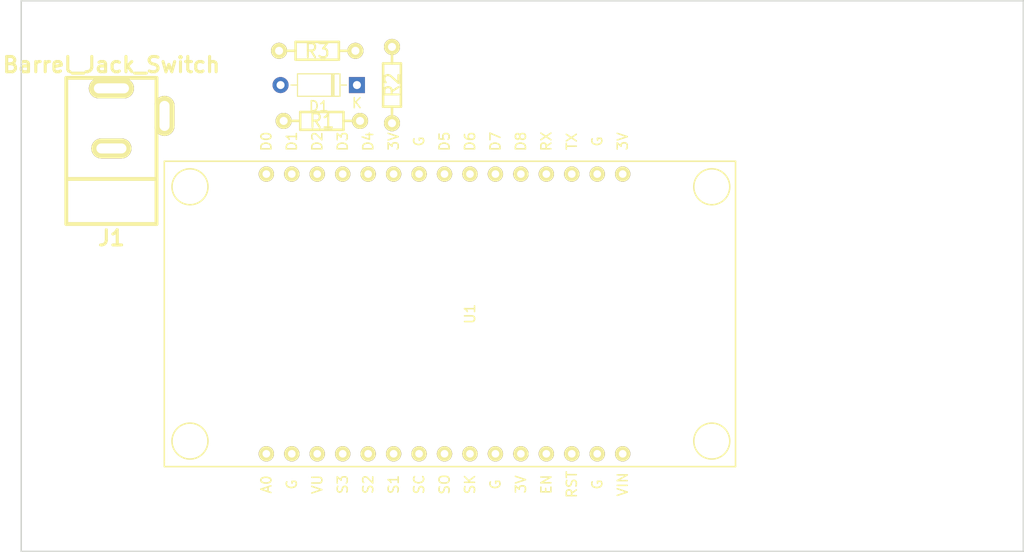
<source format=kicad_pcb>
(kicad_pcb (version 20171130) (host pcbnew 5.0.2-bee76a0~70~ubuntu18.04.1)

  (general
    (thickness 1.6)
    (drawings 4)
    (tracks 0)
    (zones 0)
    (modules 6)
    (nets 37)
  )

  (page A4)
  (layers
    (0 F.Cu signal)
    (31 B.Cu signal)
    (32 B.Adhes user)
    (33 F.Adhes user)
    (34 B.Paste user)
    (35 F.Paste user)
    (36 B.SilkS user)
    (37 F.SilkS user)
    (38 B.Mask user)
    (39 F.Mask user)
    (40 Dwgs.User user)
    (41 Cmts.User user)
    (42 Eco1.User user)
    (43 Eco2.User user)
    (44 Edge.Cuts user)
    (45 Margin user)
    (46 B.CrtYd user)
    (47 F.CrtYd user)
    (48 B.Fab user)
    (49 F.Fab user)
  )

  (setup
    (last_trace_width 0.25)
    (trace_clearance 0.2)
    (zone_clearance 0.508)
    (zone_45_only no)
    (trace_min 0.2)
    (segment_width 0.2)
    (edge_width 0.15)
    (via_size 0.8)
    (via_drill 0.4)
    (via_min_size 0.4)
    (via_min_drill 0.3)
    (uvia_size 0.3)
    (uvia_drill 0.1)
    (uvias_allowed no)
    (uvia_min_size 0.2)
    (uvia_min_drill 0.1)
    (pcb_text_width 0.3)
    (pcb_text_size 1.5 1.5)
    (mod_edge_width 0.15)
    (mod_text_size 1 1)
    (mod_text_width 0.15)
    (pad_size 1.6 1.6)
    (pad_drill 0.8001)
    (pad_to_mask_clearance 0.051)
    (solder_mask_min_width 0.25)
    (aux_axis_origin 0 0)
    (visible_elements FFFFFF7F)
    (pcbplotparams
      (layerselection 0x010fc_ffffffff)
      (usegerberextensions false)
      (usegerberattributes false)
      (usegerberadvancedattributes false)
      (creategerberjobfile false)
      (excludeedgelayer true)
      (linewidth 0.100000)
      (plotframeref false)
      (viasonmask false)
      (mode 1)
      (useauxorigin false)
      (hpglpennumber 1)
      (hpglpenspeed 20)
      (hpglpendiameter 15.000000)
      (psnegative false)
      (psa4output false)
      (plotreference true)
      (plotvalue true)
      (plotinvisibletext false)
      (padsonsilk false)
      (subtractmaskfromsilk false)
      (outputformat 1)
      (mirror false)
      (drillshape 1)
      (scaleselection 1)
      (outputdirectory ""))
  )

  (net 0 "")
  (net 1 "Net-(U1-Pad1)")
  (net 2 "Net-(U1-Pad2)")
  (net 3 "Net-(U1-Pad3)")
  (net 4 "Net-(U1-Pad4)")
  (net 5 "Net-(U1-Pad5)")
  (net 6 "Net-(U1-Pad6)")
  (net 7 "Net-(U1-Pad7)")
  (net 8 "Net-(U1-Pad8)")
  (net 9 "Net-(U1-Pad9)")
  (net 10 "Net-(U1-Pad10)")
  (net 11 "Net-(U1-Pad11)")
  (net 12 "Net-(U1-Pad12)")
  (net 13 "Net-(U1-Pad13)")
  (net 14 "Net-(U1-Pad14)")
  (net 15 "Net-(U1-Pad15)")
  (net 16 "Net-(U1-Pad16)")
  (net 17 "Net-(U1-Pad17)")
  (net 18 "Net-(U1-Pad18)")
  (net 19 "Net-(U1-Pad19)")
  (net 20 "Net-(U1-Pad20)")
  (net 21 "Net-(U1-Pad21)")
  (net 22 "Net-(U1-Pad22)")
  (net 23 "Net-(U1-Pad23)")
  (net 24 "Net-(U1-Pad24)")
  (net 25 "Net-(U1-Pad25)")
  (net 26 "Net-(U1-Pad26)")
  (net 27 "Net-(U1-Pad27)")
  (net 28 "Net-(U1-Pad30)")
  (net 29 +3V3)
  (net 30 "Net-(D1-Pad2)")
  (net 31 "Net-(J1-Pad1)")
  (net 32 "Net-(J1-Pad2)")
  (net 33 "Net-(J1-Pad3)")
  (net 34 /GAS)
  (net 35 "Net-(R2-Pad2)")
  (net 36 /WATER)

  (net_class Default "This is the default net class."
    (clearance 0.2)
    (trace_width 0.25)
    (via_dia 0.8)
    (via_drill 0.4)
    (uvia_dia 0.3)
    (uvia_drill 0.1)
    (add_net +3V3)
    (add_net /GAS)
    (add_net /WATER)
    (add_net "Net-(D1-Pad2)")
    (add_net "Net-(J1-Pad1)")
    (add_net "Net-(J1-Pad2)")
    (add_net "Net-(J1-Pad3)")
    (add_net "Net-(R2-Pad2)")
    (add_net "Net-(U1-Pad1)")
    (add_net "Net-(U1-Pad10)")
    (add_net "Net-(U1-Pad11)")
    (add_net "Net-(U1-Pad12)")
    (add_net "Net-(U1-Pad13)")
    (add_net "Net-(U1-Pad14)")
    (add_net "Net-(U1-Pad15)")
    (add_net "Net-(U1-Pad16)")
    (add_net "Net-(U1-Pad17)")
    (add_net "Net-(U1-Pad18)")
    (add_net "Net-(U1-Pad19)")
    (add_net "Net-(U1-Pad2)")
    (add_net "Net-(U1-Pad20)")
    (add_net "Net-(U1-Pad21)")
    (add_net "Net-(U1-Pad22)")
    (add_net "Net-(U1-Pad23)")
    (add_net "Net-(U1-Pad24)")
    (add_net "Net-(U1-Pad25)")
    (add_net "Net-(U1-Pad26)")
    (add_net "Net-(U1-Pad27)")
    (add_net "Net-(U1-Pad3)")
    (add_net "Net-(U1-Pad30)")
    (add_net "Net-(U1-Pad4)")
    (add_net "Net-(U1-Pad5)")
    (add_net "Net-(U1-Pad6)")
    (add_net "Net-(U1-Pad7)")
    (add_net "Net-(U1-Pad8)")
    (add_net "Net-(U1-Pad9)")
  )

  (module Diode_THT:D_DO-35_SOD27_P7.62mm_Horizontal (layer F.Cu) (tedit 5AE50CD5) (tstamp 5C5B6A15)
    (at 133.5 58.42 180)
    (descr "Diode, DO-35_SOD27 series, Axial, Horizontal, pin pitch=7.62mm, , length*diameter=4*2mm^2, , http://www.diodes.com/_files/packages/DO-35.pdf")
    (tags "Diode DO-35_SOD27 series Axial Horizontal pin pitch 7.62mm  length 4mm diameter 2mm")
    (path /5C445B39)
    (fp_text reference D1 (at 3.81 -2.12 180) (layer F.SilkS)
      (effects (font (size 1 1) (thickness 0.15)))
    )
    (fp_text value 1N4148 (at 3.81 2.12 180) (layer F.Fab)
      (effects (font (size 1 1) (thickness 0.15)))
    )
    (fp_line (start 1.81 -1) (end 1.81 1) (layer F.Fab) (width 0.1))
    (fp_line (start 1.81 1) (end 5.81 1) (layer F.Fab) (width 0.1))
    (fp_line (start 5.81 1) (end 5.81 -1) (layer F.Fab) (width 0.1))
    (fp_line (start 5.81 -1) (end 1.81 -1) (layer F.Fab) (width 0.1))
    (fp_line (start 0 0) (end 1.81 0) (layer F.Fab) (width 0.1))
    (fp_line (start 7.62 0) (end 5.81 0) (layer F.Fab) (width 0.1))
    (fp_line (start 2.41 -1) (end 2.41 1) (layer F.Fab) (width 0.1))
    (fp_line (start 2.51 -1) (end 2.51 1) (layer F.Fab) (width 0.1))
    (fp_line (start 2.31 -1) (end 2.31 1) (layer F.Fab) (width 0.1))
    (fp_line (start 1.69 -1.12) (end 1.69 1.12) (layer F.SilkS) (width 0.12))
    (fp_line (start 1.69 1.12) (end 5.93 1.12) (layer F.SilkS) (width 0.12))
    (fp_line (start 5.93 1.12) (end 5.93 -1.12) (layer F.SilkS) (width 0.12))
    (fp_line (start 5.93 -1.12) (end 1.69 -1.12) (layer F.SilkS) (width 0.12))
    (fp_line (start 1.04 0) (end 1.69 0) (layer F.SilkS) (width 0.12))
    (fp_line (start 6.58 0) (end 5.93 0) (layer F.SilkS) (width 0.12))
    (fp_line (start 2.41 -1.12) (end 2.41 1.12) (layer F.SilkS) (width 0.12))
    (fp_line (start 2.53 -1.12) (end 2.53 1.12) (layer F.SilkS) (width 0.12))
    (fp_line (start 2.29 -1.12) (end 2.29 1.12) (layer F.SilkS) (width 0.12))
    (fp_line (start -1.05 -1.25) (end -1.05 1.25) (layer F.CrtYd) (width 0.05))
    (fp_line (start -1.05 1.25) (end 8.67 1.25) (layer F.CrtYd) (width 0.05))
    (fp_line (start 8.67 1.25) (end 8.67 -1.25) (layer F.CrtYd) (width 0.05))
    (fp_line (start 8.67 -1.25) (end -1.05 -1.25) (layer F.CrtYd) (width 0.05))
    (fp_text user %R (at 4.11 0 180) (layer F.Fab)
      (effects (font (size 0.8 0.8) (thickness 0.12)))
    )
    (fp_text user K (at 0 -1.8 180) (layer F.Fab)
      (effects (font (size 1 1) (thickness 0.15)))
    )
    (fp_text user K (at 0 -1.8 180) (layer F.SilkS)
      (effects (font (size 1 1) (thickness 0.15)))
    )
    (pad 1 thru_hole rect (at 0 0 180) (size 1.6 1.6) (drill 0.8) (layers *.Cu *.Mask)
      (net 29 +3V3))
    (pad 2 thru_hole oval (at 7.62 0 180) (size 1.6 1.6) (drill 0.8) (layers *.Cu *.Mask)
      (net 30 "Net-(D1-Pad2)"))
    (model ${KISYS3DMOD}/Diode_THT.3dshapes/D_DO-35_SOD27_P7.62mm_Horizontal.wrl
      (at (xyz 0 0 0))
      (scale (xyz 1 1 1))
      (rotate (xyz 0 0 0))
    )
  )

  (module w_pth_resistors:RC03 (layer F.Cu) (tedit 5C4464A6) (tstamp 5C5B5D37)
    (at 130 62)
    (descr "Resistor, RC03")
    (tags R)
    (path /5C44587C)
    (autoplace_cost180 10)
    (fp_text reference R1 (at 0 0) (layer F.SilkS)
      (effects (font (size 1.397 1.27) (thickness 0.2032)))
    )
    (fp_text value 5k6 (at 0 2.032) (layer F.SilkS) hide
      (effects (font (size 1.397 1.27) (thickness 0.2032)))
    )
    (fp_line (start 2.159 -0.889) (end -2.159 -0.889) (layer F.SilkS) (width 0.254))
    (fp_line (start 2.159 0.889) (end 2.159 -0.889) (layer F.SilkS) (width 0.254))
    (fp_line (start -2.159 0.889) (end 2.159 0.889) (layer F.SilkS) (width 0.254))
    (fp_line (start -2.159 -0.889) (end -2.159 0.889) (layer F.SilkS) (width 0.254))
    (fp_line (start -2.159 0) (end -3.81 0) (layer F.SilkS) (width 0.254))
    (fp_line (start 2.159 0) (end 3.81 0) (layer F.SilkS) (width 0.254))
    (pad 2 thru_hole circle (at 3.81 0) (size 1.6 1.6) (drill 0.8001) (layers *.Cu *.Mask F.SilkS)
      (net 29 +3V3))
    (pad 1 thru_hole circle (at -3.81 0) (size 1.6 1.6) (drill 0.8001) (layers *.Cu *.Mask F.SilkS)
      (net 34 /GAS))
    (model walter/pth_resistors/rc03.wrl
      (at (xyz 0 0 0))
      (scale (xyz 1 1 1))
      (rotate (xyz 0 0 0))
    )
  )

  (module w_pth_resistors:RC03 (layer F.Cu) (tedit 5C4464CD) (tstamp 5C5B6AC7)
    (at 137 58.42 270)
    (descr "Resistor, RC03")
    (tags R)
    (path /5C4457B4)
    (autoplace_cost180 10)
    (fp_text reference R2 (at 0 0 270) (layer F.SilkS)
      (effects (font (size 1.397 1.27) (thickness 0.2032)))
    )
    (fp_text value 5k6 (at 0 2.032 270) (layer F.SilkS) hide
      (effects (font (size 1.397 1.27) (thickness 0.2032)))
    )
    (fp_line (start 2.159 0) (end 3.81 0) (layer F.SilkS) (width 0.254))
    (fp_line (start -2.159 0) (end -3.81 0) (layer F.SilkS) (width 0.254))
    (fp_line (start -2.159 -0.889) (end -2.159 0.889) (layer F.SilkS) (width 0.254))
    (fp_line (start -2.159 0.889) (end 2.159 0.889) (layer F.SilkS) (width 0.254))
    (fp_line (start 2.159 0.889) (end 2.159 -0.889) (layer F.SilkS) (width 0.254))
    (fp_line (start 2.159 -0.889) (end -2.159 -0.889) (layer F.SilkS) (width 0.254))
    (pad 1 thru_hole circle (at -3.81 0 270) (size 1.6 1.6) (drill 0.8001) (layers *.Cu *.Mask F.SilkS)
      (net 30 "Net-(D1-Pad2)"))
    (pad 2 thru_hole circle (at 3.81 0 270) (size 1.6 1.6) (drill 0.8001) (layers *.Cu *.Mask F.SilkS)
      (net 35 "Net-(R2-Pad2)"))
    (model walter/pth_resistors/rc03.wrl
      (at (xyz 0 0 0))
      (scale (xyz 1 1 1))
      (rotate (xyz 0 0 0))
    )
  )

  (module w_pth_resistors:RC03 (layer F.Cu) (tedit 5C4464B5) (tstamp 5C5B59BD)
    (at 129.54 55)
    (descr "Resistor, RC03")
    (tags R)
    (path /5C445A7A)
    (autoplace_cost180 10)
    (fp_text reference R3 (at 0 0) (layer F.SilkS)
      (effects (font (size 1.397 1.27) (thickness 0.2032)))
    )
    (fp_text value 8k2 (at 0 2.032) (layer F.SilkS) hide
      (effects (font (size 1.397 1.27) (thickness 0.2032)))
    )
    (fp_line (start 2.159 0) (end 3.81 0) (layer F.SilkS) (width 0.254))
    (fp_line (start -2.159 0) (end -3.81 0) (layer F.SilkS) (width 0.254))
    (fp_line (start -2.159 -0.889) (end -2.159 0.889) (layer F.SilkS) (width 0.254))
    (fp_line (start -2.159 0.889) (end 2.159 0.889) (layer F.SilkS) (width 0.254))
    (fp_line (start 2.159 0.889) (end 2.159 -0.889) (layer F.SilkS) (width 0.254))
    (fp_line (start 2.159 -0.889) (end -2.159 -0.889) (layer F.SilkS) (width 0.254))
    (pad 1 thru_hole circle (at -3.81 0) (size 1.6 1.6) (drill 0.8001) (layers *.Cu *.Mask F.SilkS)
      (net 36 /WATER))
    (pad 2 thru_hole circle (at 3.81 0) (size 1.6 1.6) (drill 0.8001) (layers *.Cu *.Mask F.SilkS)
      (net 30 "Net-(D1-Pad2)"))
    (model walter/pth_resistors/rc03.wrl
      (at (xyz 0 0 0))
      (scale (xyz 1 1 1))
      (rotate (xyz 0 0 0))
    )
  )

  (module w_conn_misc:dc_socket (layer F.Cu) (tedit 5C4505D2) (tstamp 5C5B6190)
    (at 109 65)
    (descr "Socket, DC power supply")
    (path /5C44608F)
    (fp_text reference J1 (at 0 8.6995) (layer F.SilkS)
      (effects (font (size 1.524 1.524) (thickness 0.3048)))
    )
    (fp_text value Barrel_Jack_Switch (at 0 -8.60044) (layer F.SilkS)
      (effects (font (size 1.524 1.524) (thickness 0.3048)))
    )
    (fp_line (start -4.50088 2.79908) (end 4.50088 2.79908) (layer F.SilkS) (width 0.381))
    (fp_line (start -4.50088 7.29996) (end 4.50088 7.29996) (layer F.SilkS) (width 0.381))
    (fp_line (start 4.50088 7.29996) (end 4.50088 -7.29996) (layer F.SilkS) (width 0.381))
    (fp_line (start 4.50088 -7.29996) (end -4.50088 -7.29996) (layer F.SilkS) (width 0.381))
    (fp_line (start -4.50088 -7.29996) (end -4.50088 7.29996) (layer F.SilkS) (width 0.381))
    (pad 2 thru_hole oval (at 5.30098 -3.50012) (size 1.99898 4.0005) (drill oval 1.00076 2.99974) (layers *.Cu *.Mask F.SilkS)
      (net 32 "Net-(J1-Pad2)"))
    (pad 3 thru_hole oval (at 0 -0.24892) (size 4.0005 1.99898) (drill oval 2.99974 1.00076) (layers *.Cu *.Mask F.SilkS)
      (net 33 "Net-(J1-Pad3)"))
    (pad 1 thru_hole oval (at 0 -6.25094) (size 4.50088 1.99898) (drill oval 3.50012 1.00076) (layers *.Cu *.Mask F.SilkS)
      (net 31 "Net-(J1-Pad1)"))
    (model walter/conn_misc/dc_socket.wrl
      (at (xyz 0 0 0))
      (scale (xyz 1 1 1))
      (rotate (xyz 0 0 0))
    )
  )

  (module ESP8266:NodeMCU-LoLinV3 (layer F.Cu) (tedit 5C450644) (tstamp 5C5B6BCD)
    (at 144.78 81.28 90)
    (path /5C44540A)
    (fp_text reference U1 (at 0 0 90) (layer F.SilkS)
      (effects (font (size 1 1) (thickness 0.15)))
    )
    (fp_text value "NodeMCU1.0(ESP-12E)" (at 0 -29.21 90) (layer F.Fab)
      (effects (font (size 1 1) (thickness 0.15)))
    )
    (fp_text user VIN (at -17.03 15.24 90) (layer F.SilkS)
      (effects (font (size 1 1) (thickness 0.15)))
    )
    (fp_text user G (at -17.03 12.7 90) (layer F.SilkS)
      (effects (font (size 1 1) (thickness 0.15)))
    )
    (fp_text user RST (at -17.03 10.16 90) (layer F.SilkS)
      (effects (font (size 1 1) (thickness 0.15)))
    )
    (fp_text user EN (at -17.03 7.62 90) (layer F.SilkS)
      (effects (font (size 1 1) (thickness 0.15)))
    )
    (fp_text user 3V (at -17.03 5.08 90) (layer F.SilkS)
      (effects (font (size 1 1) (thickness 0.15)))
    )
    (fp_text user G (at -17.03 2.54 90) (layer F.SilkS)
      (effects (font (size 1 1) (thickness 0.15)))
    )
    (fp_text user SK (at -17.03 0 90) (layer F.SilkS)
      (effects (font (size 1 1) (thickness 0.15)))
    )
    (fp_text user SO (at -17.03 -2.54 90) (layer F.SilkS)
      (effects (font (size 1 1) (thickness 0.15)))
    )
    (fp_text user SC (at -17.03 -5.08 90) (layer F.SilkS)
      (effects (font (size 1 1) (thickness 0.15)))
    )
    (fp_text user S1 (at -17.03 -7.62 90) (layer F.SilkS)
      (effects (font (size 1 1) (thickness 0.15)))
    )
    (fp_text user S2 (at -17.03 -10.16 90) (layer F.SilkS)
      (effects (font (size 1 1) (thickness 0.15)))
    )
    (fp_text user S3 (at -17.03 -12.7 90) (layer F.SilkS)
      (effects (font (size 1 1) (thickness 0.15)))
    )
    (fp_text user VU (at -17.03 -15.24 90) (layer F.SilkS)
      (effects (font (size 1 1) (thickness 0.15)))
    )
    (fp_text user G (at -17.03 -17.78 90) (layer F.SilkS)
      (effects (font (size 1 1) (thickness 0.15)))
    )
    (fp_text user A0 (at -17.03 -20.32 90) (layer F.SilkS)
      (effects (font (size 1 1) (thickness 0.15)))
    )
    (fp_text user 3V (at 17.23 15.24 90) (layer F.SilkS)
      (effects (font (size 1 1) (thickness 0.15)))
    )
    (fp_text user G (at 17.23 12.7 90) (layer F.SilkS)
      (effects (font (size 1 1) (thickness 0.15)))
    )
    (fp_text user TX (at 17.23 10.16 90) (layer F.SilkS)
      (effects (font (size 1 1) (thickness 0.15)))
    )
    (fp_text user RX (at 17.23 7.62 90) (layer F.SilkS)
      (effects (font (size 1 1) (thickness 0.15)))
    )
    (fp_text user D8 (at 17.23 5.08 90) (layer F.SilkS)
      (effects (font (size 1 1) (thickness 0.15)))
    )
    (fp_text user D7 (at 17.23 2.54 90) (layer F.SilkS)
      (effects (font (size 1 1) (thickness 0.15)))
    )
    (fp_text user D6 (at 17.23 0 90) (layer F.SilkS)
      (effects (font (size 1 1) (thickness 0.15)))
    )
    (fp_text user D5 (at 17.23 -2.54 90) (layer F.SilkS)
      (effects (font (size 1 1) (thickness 0.15)))
    )
    (fp_text user G (at 17.23 -5.08 90) (layer F.SilkS)
      (effects (font (size 1 1) (thickness 0.15)))
    )
    (fp_text user 3V (at 17.23 -7.62 90) (layer F.SilkS)
      (effects (font (size 1 1) (thickness 0.15)))
    )
    (fp_text user D4 (at 17.23 -10.16 90) (layer F.SilkS)
      (effects (font (size 1 1) (thickness 0.15)))
    )
    (fp_text user D3 (at 17.23 -12.7 90) (layer F.SilkS)
      (effects (font (size 1 1) (thickness 0.15)))
    )
    (fp_text user D2 (at 17.23 -15.24 90) (layer F.SilkS)
      (effects (font (size 1 1) (thickness 0.15)))
    )
    (fp_text user D1 (at 17.23 -17.78 90) (layer F.SilkS)
      (effects (font (size 1 1) (thickness 0.15)))
    )
    (fp_text user D0 (at 17.23 -20.32 90) (layer F.SilkS)
      (effects (font (size 1 1) (thickness 0.15)))
    )
    (fp_circle (center 12.7 24.13) (end 13.97 22.86) (layer F.SilkS) (width 0.15))
    (fp_circle (center -12.7 24.13) (end -11.43 22.86) (layer F.SilkS) (width 0.15))
    (fp_circle (center -12.7 -27.94) (end -11.43 -29.21) (layer F.SilkS) (width 0.15))
    (fp_circle (center 12.7 -27.94) (end 13.97 -29.21) (layer F.SilkS) (width 0.15))
    (fp_line (start 15.25 -30.5) (end -14.75 -30.5) (layer F.SilkS) (width 0.15))
    (fp_line (start -14.75 -30.5) (end -15.25 -30.5) (layer F.SilkS) (width 0.15))
    (fp_line (start -15.25 -30.5) (end -15.25 26.5) (layer F.SilkS) (width 0.15))
    (fp_line (start -15.25 26.5) (end 15.25 26.5) (layer F.SilkS) (width 0.15))
    (fp_line (start 15.25 26.5) (end 15.25 -30.5) (layer F.SilkS) (width 0.15))
    (pad 1 thru_hole circle (at -13.97 -20.32 90) (size 1.524 1.524) (drill 0.762) (layers *.Cu *.Mask F.SilkS)
      (net 1 "Net-(U1-Pad1)"))
    (pad 2 thru_hole circle (at -13.97 -17.78 90) (size 1.524 1.524) (drill 0.762) (layers *.Cu *.Mask F.SilkS)
      (net 2 "Net-(U1-Pad2)"))
    (pad 3 thru_hole circle (at -13.97 -15.24 90) (size 1.524 1.524) (drill 0.762) (layers *.Cu *.Mask F.SilkS)
      (net 3 "Net-(U1-Pad3)"))
    (pad 4 thru_hole circle (at -13.97 -12.7 90) (size 1.524 1.524) (drill 0.762) (layers *.Cu *.Mask F.SilkS)
      (net 4 "Net-(U1-Pad4)"))
    (pad 5 thru_hole circle (at -13.97 -10.16 90) (size 1.524 1.524) (drill 0.762) (layers *.Cu *.Mask F.SilkS)
      (net 5 "Net-(U1-Pad5)"))
    (pad 6 thru_hole circle (at -13.97 -7.62 90) (size 1.524 1.524) (drill 0.762) (layers *.Cu *.Mask F.SilkS)
      (net 6 "Net-(U1-Pad6)"))
    (pad 7 thru_hole circle (at -13.97 -5.08 90) (size 1.524 1.524) (drill 0.762) (layers *.Cu *.Mask F.SilkS)
      (net 7 "Net-(U1-Pad7)"))
    (pad 8 thru_hole circle (at -13.97 -2.54 90) (size 1.524 1.524) (drill 0.762) (layers *.Cu *.Mask F.SilkS)
      (net 8 "Net-(U1-Pad8)"))
    (pad 9 thru_hole circle (at -13.97 0 90) (size 1.524 1.524) (drill 0.762) (layers *.Cu *.Mask F.SilkS)
      (net 9 "Net-(U1-Pad9)"))
    (pad 10 thru_hole circle (at -13.97 2.54 90) (size 1.524 1.524) (drill 0.762) (layers *.Cu *.Mask F.SilkS)
      (net 10 "Net-(U1-Pad10)"))
    (pad 11 thru_hole circle (at -13.97 5.08 90) (size 1.524 1.524) (drill 0.762) (layers *.Cu *.Mask F.SilkS)
      (net 11 "Net-(U1-Pad11)"))
    (pad 12 thru_hole circle (at -13.97 7.62 90) (size 1.524 1.524) (drill 0.762) (layers *.Cu *.Mask F.SilkS)
      (net 12 "Net-(U1-Pad12)"))
    (pad 13 thru_hole circle (at -13.97 10.16 90) (size 1.524 1.524) (drill 0.762) (layers *.Cu *.Mask F.SilkS)
      (net 13 "Net-(U1-Pad13)"))
    (pad 14 thru_hole circle (at -13.97 12.7 90) (size 1.524 1.524) (drill 0.762) (layers *.Cu *.Mask F.SilkS)
      (net 14 "Net-(U1-Pad14)"))
    (pad 15 thru_hole circle (at -13.97 15.24 90) (size 1.524 1.524) (drill 0.762) (layers *.Cu *.Mask F.SilkS)
      (net 15 "Net-(U1-Pad15)"))
    (pad 16 thru_hole circle (at 13.97 15.24 90) (size 1.524 1.524) (drill 0.762) (layers *.Cu *.Mask F.SilkS)
      (net 16 "Net-(U1-Pad16)"))
    (pad 17 thru_hole circle (at 13.97 12.7 90) (size 1.524 1.524) (drill 0.762) (layers *.Cu *.Mask F.SilkS)
      (net 17 "Net-(U1-Pad17)"))
    (pad 18 thru_hole circle (at 13.97 10.16 90) (size 1.524 1.524) (drill 0.762) (layers *.Cu *.Mask F.SilkS)
      (net 18 "Net-(U1-Pad18)"))
    (pad 19 thru_hole circle (at 13.97 7.62 90) (size 1.524 1.524) (drill 0.762) (layers *.Cu *.Mask F.SilkS)
      (net 19 "Net-(U1-Pad19)"))
    (pad 20 thru_hole circle (at 13.97 5.08 90) (size 1.524 1.524) (drill 0.762) (layers *.Cu *.Mask F.SilkS)
      (net 20 "Net-(U1-Pad20)"))
    (pad 21 thru_hole circle (at 13.97 2.54 90) (size 1.524 1.524) (drill 0.762) (layers *.Cu *.Mask F.SilkS)
      (net 21 "Net-(U1-Pad21)"))
    (pad 22 thru_hole circle (at 13.97 0 90) (size 1.524 1.524) (drill 0.762) (layers *.Cu *.Mask F.SilkS)
      (net 22 "Net-(U1-Pad22)"))
    (pad 23 thru_hole circle (at 13.97 -2.54 90) (size 1.524 1.524) (drill 0.762) (layers *.Cu *.Mask F.SilkS)
      (net 23 "Net-(U1-Pad23)"))
    (pad 24 thru_hole circle (at 13.97 -5.08 90) (size 1.524 1.524) (drill 0.762) (layers *.Cu *.Mask F.SilkS)
      (net 24 "Net-(U1-Pad24)"))
    (pad 25 thru_hole circle (at 13.97 -7.62 90) (size 1.524 1.524) (drill 0.762) (layers *.Cu *.Mask F.SilkS)
      (net 25 "Net-(U1-Pad25)"))
    (pad 26 thru_hole circle (at 13.97 -10.16 90) (size 1.524 1.524) (drill 0.762) (layers *.Cu *.Mask F.SilkS)
      (net 26 "Net-(U1-Pad26)"))
    (pad 27 thru_hole circle (at 13.97 -12.7 90) (size 1.524 1.524) (drill 0.762) (layers *.Cu *.Mask F.SilkS)
      (net 27 "Net-(U1-Pad27)"))
    (pad 28 thru_hole circle (at 13.97 -15.24 90) (size 1.524 1.524) (drill 0.762) (layers *.Cu *.Mask F.SilkS)
      (net 35 "Net-(R2-Pad2)"))
    (pad 29 thru_hole circle (at 13.97 -17.78 90) (size 1.524 1.524) (drill 0.762) (layers *.Cu *.Mask F.SilkS)
      (net 34 /GAS))
    (pad 30 thru_hole circle (at 13.97 -20.32 90) (size 1.524 1.524) (drill 0.762) (layers *.Cu *.Mask F.SilkS)
      (net 28 "Net-(U1-Pad30)"))
  )

  (gr_line (start 100 105) (end 100 50) (layer Edge.Cuts) (width 0.15))
  (gr_line (start 200 105) (end 100 105) (layer Edge.Cuts) (width 0.15))
  (gr_line (start 200 50) (end 200 105) (layer Edge.Cuts) (width 0.15))
  (gr_line (start 100 50) (end 200 50) (layer Edge.Cuts) (width 0.15))

)

</source>
